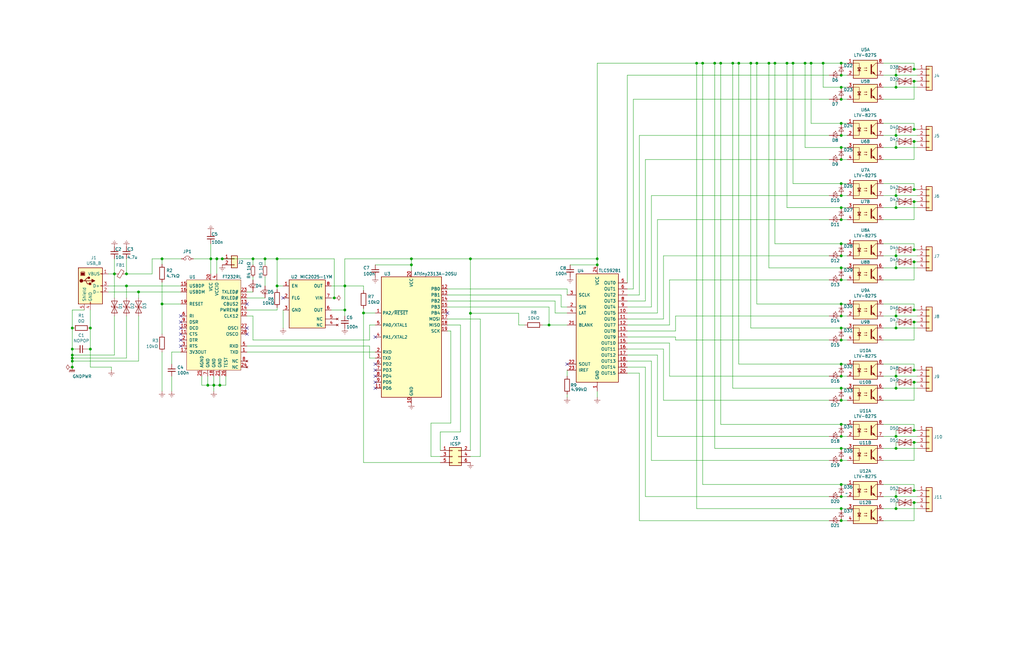
<source format=kicad_sch>
(kicad_sch (version 20210406) (generator eeschema)
  (paper "B")
  (title_block (title "Electrically Isolated Reset/Power Switch Controller") (date "2021-04-26") (rev "1.0"))
  (junction (at 30.48 138.43) (diameter 1.016))
  (junction (at 30.48 147.32) (diameter 1.016))
  (junction (at 30.48 149.86) (diameter 1.016))
  (junction (at 30.48 151.13) (diameter 1.016))
  (junction (at 30.48 152.4) (diameter 1.016))
  (junction (at 30.48 154.94) (diameter 1.016))
  (junction (at 38.1 138.43) (diameter 1.016))
  (junction (at 38.1 147.32) (diameter 1.016))
  (junction (at 48.26 115.57) (diameter 1.016))
  (junction (at 53.34 115.57) (diameter 1.016))
  (junction (at 53.34 120.65) (diameter 1.016))
  (junction (at 58.42 123.19) (diameter 1.016))
  (junction (at 68.326 109.22) (diameter 1.016))
  (junction (at 68.326 128.27) (diameter 1.016))
  (junction (at 87.63 162.56) (diameter 1.016))
  (junction (at 88.9 109.22) (diameter 1.016))
  (junction (at 90.17 162.56) (diameter 1.016))
  (junction (at 91.44 109.22) (diameter 1.016))
  (junction (at 92.71 162.56) (diameter 1.016))
  (junction (at 93.726 109.22) (diameter 1.016))
  (junction (at 106.68 109.22) (diameter 1.016))
  (junction (at 111.76 109.22) (diameter 1.016))
  (junction (at 116.84 109.22) (diameter 1.016))
  (junction (at 116.84 120.65) (diameter 1.016))
  (junction (at 140.97 125.73) (diameter 1.016))
  (junction (at 145.415 120.65) (diameter 1.016))
  (junction (at 145.415 130.81) (diameter 1.016))
  (junction (at 153.289 132.08) (diameter 1.016))
  (junction (at 173.482 109.22) (diameter 1.016))
  (junction (at 173.482 111.76) (diameter 1.016))
  (junction (at 198.374 109.22) (diameter 1.016))
  (junction (at 198.374 132.207) (diameter 1.016))
  (junction (at 231.521 137.16) (diameter 1.016))
  (junction (at 251.841 109.22) (diameter 1.016))
  (junction (at 251.841 111.76) (diameter 1.016))
  (junction (at 293.751 26.67) (diameter 1.016))
  (junction (at 296.291 26.67) (diameter 1.016))
  (junction (at 301.371 26.67) (diameter 1.016))
  (junction (at 303.911 26.67) (diameter 1.016))
  (junction (at 308.991 26.67) (diameter 1.016))
  (junction (at 311.531 26.67) (diameter 1.016))
  (junction (at 316.611 26.67) (diameter 1.016))
  (junction (at 319.151 26.67) (diameter 1.016))
  (junction (at 324.231 26.67) (diameter 1.016))
  (junction (at 326.771 26.67) (diameter 1.016))
  (junction (at 331.851 26.67) (diameter 1.016))
  (junction (at 334.391 26.67) (diameter 1.016))
  (junction (at 339.471 26.67) (diameter 1.016))
  (junction (at 342.011 26.67) (diameter 1.016))
  (junction (at 347.091 26.67) (diameter 1.016))
  (junction (at 354.711 26.67) (diameter 1.016))
  (junction (at 354.711 31.75) (diameter 1.016))
  (junction (at 354.711 36.83) (diameter 1.016))
  (junction (at 354.711 41.91) (diameter 1.016))
  (junction (at 354.711 52.07) (diameter 1.016))
  (junction (at 354.711 57.15) (diameter 1.016))
  (junction (at 354.711 62.23) (diameter 1.016))
  (junction (at 354.711 67.31) (diameter 1.016))
  (junction (at 354.711 77.47) (diameter 1.016))
  (junction (at 354.711 82.55) (diameter 1.016))
  (junction (at 354.711 87.63) (diameter 1.016))
  (junction (at 354.711 92.71) (diameter 1.016))
  (junction (at 354.711 102.87) (diameter 1.016))
  (junction (at 354.711 107.95) (diameter 1.016))
  (junction (at 354.711 113.03) (diameter 1.016))
  (junction (at 354.711 118.11) (diameter 1.016))
  (junction (at 354.711 128.27) (diameter 1.016))
  (junction (at 354.711 133.35) (diameter 1.016))
  (junction (at 354.711 138.43) (diameter 1.016))
  (junction (at 354.711 143.51) (diameter 1.016))
  (junction (at 354.711 153.67) (diameter 1.016))
  (junction (at 354.711 158.75) (diameter 1.016))
  (junction (at 354.711 163.83) (diameter 1.016))
  (junction (at 354.711 168.91) (diameter 1.016))
  (junction (at 354.711 179.07) (diameter 1.016))
  (junction (at 354.711 184.15) (diameter 1.016))
  (junction (at 354.711 189.23) (diameter 1.016))
  (junction (at 354.711 194.31) (diameter 1.016))
  (junction (at 354.711 204.47) (diameter 1.016))
  (junction (at 354.711 209.55) (diameter 1.016))
  (junction (at 354.711 214.63) (diameter 1.016))
  (junction (at 354.711 219.71) (diameter 1.016))
  (junction (at 377.825 31.75) (diameter 1.016))
  (junction (at 377.825 36.83) (diameter 1.016))
  (junction (at 377.825 57.15) (diameter 1.016))
  (junction (at 377.825 62.23) (diameter 1.016))
  (junction (at 377.825 82.55) (diameter 1.016))
  (junction (at 377.825 87.63) (diameter 1.016))
  (junction (at 377.825 107.95) (diameter 1.016))
  (junction (at 377.825 113.03) (diameter 1.016))
  (junction (at 377.825 133.35) (diameter 1.016))
  (junction (at 377.825 138.43) (diameter 1.016))
  (junction (at 377.825 158.75) (diameter 1.016))
  (junction (at 377.825 163.83) (diameter 1.016))
  (junction (at 377.825 184.15) (diameter 1.016))
  (junction (at 377.825 189.23) (diameter 1.016))
  (junction (at 377.825 209.55) (diameter 1.016))
  (junction (at 377.825 214.63) (diameter 1.016))
  (junction (at 385.445 29.21) (diameter 1.016))
  (junction (at 385.445 34.29) (diameter 1.016))
  (junction (at 385.445 54.61) (diameter 1.016))
  (junction (at 385.445 59.69) (diameter 1.016))
  (junction (at 385.445 80.01) (diameter 1.016))
  (junction (at 385.445 85.09) (diameter 1.016))
  (junction (at 385.445 105.41) (diameter 1.016))
  (junction (at 385.445 110.49) (diameter 1.016))
  (junction (at 385.445 130.81) (diameter 1.016))
  (junction (at 385.445 135.89) (diameter 1.016))
  (junction (at 385.445 156.21) (diameter 1.016))
  (junction (at 385.445 161.29) (diameter 1.016))
  (junction (at 385.445 181.61) (diameter 1.016))
  (junction (at 385.445 186.69) (diameter 1.016))
  (junction (at 385.445 207.01) (diameter 1.016))
  (junction (at 385.445 212.09) (diameter 1.016))
  (no_connect (at 76.2 133.35))
  (no_connect (at 76.2 135.89))
  (no_connect (at 76.2 138.43))
  (no_connect (at 76.2 140.97))
  (no_connect (at 76.2 143.51))
  (no_connect (at 76.2 146.05))
  (no_connect (at 104.14 128.27))
  (no_connect (at 104.14 138.43))
  (no_connect (at 104.14 140.97))
  (no_connect (at 119.38 125.73))
  (no_connect (at 158.242 142.24))
  (no_connect (at 158.242 153.67))
  (no_connect (at 158.242 156.21))
  (no_connect (at 158.242 158.75))
  (no_connect (at 158.242 161.29))
  (no_connect (at 158.242 163.83))
  (no_connect (at 188.722 132.08))
  (no_connect (at 239.141 153.67))
  (wire (pts (xy 30.48 130.81) (xy 35.56 130.81)))
  (wire (pts (xy 30.48 138.43) (xy 30.48 130.81)))
  (wire (pts (xy 30.48 138.43) (xy 30.48 147.32)))
  (wire (pts (xy 30.48 147.32) (xy 31.75 147.32)))
  (wire (pts (xy 30.48 149.86) (xy 30.48 147.32)))
  (wire (pts (xy 30.48 151.13) (xy 30.48 149.86)))
  (wire (pts (xy 30.48 151.13) (xy 53.34 151.13)))
  (wire (pts (xy 30.48 152.4) (xy 30.48 151.13)))
  (wire (pts (xy 30.48 154.94) (xy 30.48 152.4)))
  (wire (pts (xy 36.83 147.32) (xy 38.1 147.32)))
  (wire (pts (xy 38.1 130.81) (xy 38.1 138.43)))
  (wire (pts (xy 38.1 138.43) (xy 38.1 147.32)))
  (wire (pts (xy 38.1 147.32) (xy 38.1 154.94)))
  (wire (pts (xy 38.1 154.94) (xy 46.99 154.94)))
  (wire (pts (xy 45.72 115.57) (xy 48.26 115.57)))
  (wire (pts (xy 45.72 120.65) (xy 53.34 120.65)))
  (wire (pts (xy 45.72 123.19) (xy 58.42 123.19)))
  (wire (pts (xy 46.99 154.94) (xy 46.99 156.21)))
  (wire (pts (xy 48.26 115.57) (xy 48.26 109.22)))
  (wire (pts (xy 48.26 125.73) (xy 48.26 115.57)))
  (wire (pts (xy 48.26 133.35) (xy 48.26 149.86)))
  (wire (pts (xy 48.26 149.86) (xy 30.48 149.86)))
  (wire (pts (xy 53.34 109.22) (xy 53.34 115.57)))
  (wire (pts (xy 53.34 115.57) (xy 64.135 115.57)))
  (wire (pts (xy 53.34 125.73) (xy 53.34 120.65)))
  (wire (pts (xy 53.34 151.13) (xy 53.34 133.35)))
  (wire (pts (xy 58.42 123.19) (xy 76.2 123.19)))
  (wire (pts (xy 58.42 125.73) (xy 58.42 123.19)))
  (wire (pts (xy 58.42 133.35) (xy 58.42 152.4)))
  (wire (pts (xy 58.42 152.4) (xy 30.48 152.4)))
  (wire (pts (xy 64.135 109.22) (xy 68.326 109.22)))
  (wire (pts (xy 64.135 115.57) (xy 64.135 109.22)))
  (wire (pts (xy 68.326 109.22) (xy 68.326 109.093)))
  (wire (pts (xy 68.326 109.22) (xy 76.454 109.22)))
  (wire (pts (xy 68.326 111.506) (xy 68.326 109.22)))
  (wire (pts (xy 68.326 128.27) (xy 68.326 119.126)))
  (wire (pts (xy 68.326 128.27) (xy 68.326 140.97)))
  (wire (pts (xy 68.326 165.1) (xy 68.326 148.59)))
  (wire (pts (xy 72.39 148.59) (xy 76.2 148.59)))
  (wire (pts (xy 72.39 153.67) (xy 72.39 148.59)))
  (wire (pts (xy 72.39 165.1) (xy 72.39 158.75)))
  (wire (pts (xy 76.2 120.65) (xy 53.34 120.65)))
  (wire (pts (xy 76.2 128.27) (xy 68.326 128.27)))
  (wire (pts (xy 81.534 109.22) (xy 88.9 109.22)))
  (wire (pts (xy 85.09 158.75) (xy 85.09 162.56)))
  (wire (pts (xy 85.09 162.56) (xy 87.63 162.56)))
  (wire (pts (xy 87.63 158.75) (xy 87.63 162.56)))
  (wire (pts (xy 87.63 162.56) (xy 90.17 162.56)))
  (wire (pts (xy 88.9 102.87) (xy 88.9 109.22)))
  (wire (pts (xy 88.9 109.22) (xy 88.9 115.57)))
  (wire (pts (xy 88.9 109.22) (xy 91.44 109.22)))
  (wire (pts (xy 90.17 162.56) (xy 90.17 158.75)))
  (wire (pts (xy 90.17 165.1) (xy 90.17 162.56)))
  (wire (pts (xy 91.44 109.22) (xy 93.726 109.22)))
  (wire (pts (xy 91.44 115.57) (xy 91.44 109.22)))
  (wire (pts (xy 92.71 158.75) (xy 92.71 162.56)))
  (wire (pts (xy 92.71 162.56) (xy 90.17 162.56)))
  (wire (pts (xy 93.726 109.22) (xy 106.68 109.22)))
  (wire (pts (xy 95.25 158.75) (xy 95.25 162.56)))
  (wire (pts (xy 95.25 162.56) (xy 92.71 162.56)))
  (wire (pts (xy 104.14 125.73) (xy 111.76 125.73)))
  (wire (pts (xy 104.14 130.81) (xy 116.84 130.81)))
  (wire (pts (xy 104.14 146.05) (xy 155.829 146.05)))
  (wire (pts (xy 104.14 148.59) (xy 158.242 148.59)))
  (wire (pts (xy 106.68 109.22) (xy 106.68 111.76)))
  (wire (pts (xy 106.68 109.22) (xy 111.76 109.22)))
  (wire (pts (xy 106.68 118.11) (xy 106.68 116.84)))
  (wire (pts (xy 106.68 123.19) (xy 104.14 123.19)))
  (wire (pts (xy 106.68 133.35) (xy 104.14 133.35)))
  (wire (pts (xy 106.68 143.51) (xy 106.68 133.35)))
  (wire (pts (xy 111.76 109.22) (xy 116.84 109.22)))
  (wire (pts (xy 111.76 111.76) (xy 111.76 109.22)))
  (wire (pts (xy 111.76 120.65) (xy 111.76 116.84)))
  (wire (pts (xy 116.84 109.22) (xy 140.97 109.22)))
  (wire (pts (xy 116.84 120.65) (xy 116.84 109.22)))
  (wire (pts (xy 116.84 122.174) (xy 116.84 120.65)))
  (wire (pts (xy 116.84 130.81) (xy 116.84 129.794)))
  (wire (pts (xy 119.38 120.65) (xy 116.84 120.65)))
  (wire (pts (xy 119.38 138.43) (xy 119.38 130.81)))
  (wire (pts (xy 139.7 120.65) (xy 145.415 120.65)))
  (wire (pts (xy 139.7 130.81) (xy 145.415 130.81)))
  (wire (pts (xy 140.97 109.22) (xy 140.97 125.73)))
  (wire (pts (xy 140.97 125.73) (xy 139.7 125.73)))
  (wire (pts (xy 145.415 109.22) (xy 173.482 109.22)))
  (wire (pts (xy 145.415 120.65) (xy 145.415 109.22)))
  (wire (pts (xy 145.415 120.65) (xy 145.415 130.81)))
  (wire (pts (xy 145.415 120.65) (xy 153.289 120.65)))
  (wire (pts (xy 145.415 130.81) (xy 145.415 133.35)))
  (wire (pts (xy 153.289 122.555) (xy 153.289 120.65)))
  (wire (pts (xy 153.289 130.175) (xy 153.289 132.08)))
  (wire (pts (xy 153.289 132.08) (xy 153.289 195.199)))
  (wire (pts (xy 153.289 132.08) (xy 158.242 132.08)))
  (wire (pts (xy 153.289 195.199) (xy 185.674 195.199)))
  (wire (pts (xy 155.829 137.16) (xy 155.829 143.51)))
  (wire (pts (xy 155.829 137.16) (xy 158.242 137.16)))
  (wire (pts (xy 155.829 143.51) (xy 106.68 143.51)))
  (wire (pts (xy 155.829 146.05) (xy 155.829 151.13)))
  (wire (pts (xy 155.829 151.13) (xy 158.242 151.13)))
  (wire (pts (xy 158.242 111.76) (xy 173.482 111.76)))
  (wire (pts (xy 173.482 109.22) (xy 173.482 111.76)))
  (wire (pts (xy 173.482 109.22) (xy 198.374 109.22)))
  (wire (pts (xy 173.482 111.76) (xy 173.482 114.3)))
  (wire (pts (xy 181.737 178.562) (xy 181.737 192.659)))
  (wire (pts (xy 181.737 192.659) (xy 185.674 192.659)))
  (wire (pts (xy 185.674 182.245) (xy 185.674 190.119)))
  (wire (pts (xy 188.722 121.92) (xy 239.141 121.92)))
  (wire (pts (xy 188.722 127) (xy 234.061 127)))
  (wire (pts (xy 188.722 129.54) (xy 231.521 129.54)))
  (wire (pts (xy 188.722 134.62) (xy 202.565 134.62)))
  (wire (pts (xy 188.722 137.16) (xy 194.183 137.16)))
  (wire (pts (xy 190.119 139.7) (xy 188.722 139.7)))
  (wire (pts (xy 190.119 139.7) (xy 190.119 178.562)))
  (wire (pts (xy 190.119 178.562) (xy 181.737 178.562)))
  (wire (pts (xy 194.183 137.16) (xy 194.183 182.245)))
  (wire (pts (xy 194.183 182.245) (xy 185.674 182.245)))
  (wire (pts (xy 198.374 109.22) (xy 198.374 132.207)))
  (wire (pts (xy 198.374 109.22) (xy 251.841 109.22)))
  (wire (pts (xy 198.374 132.207) (xy 198.374 190.119)))
  (wire (pts (xy 198.374 192.659) (xy 202.565 192.659)))
  (wire (pts (xy 202.565 192.659) (xy 202.565 134.62)))
  (wire (pts (xy 218.694 132.207) (xy 198.374 132.207)))
  (wire (pts (xy 218.694 137.16) (xy 218.694 132.207)))
  (wire (pts (xy 221.234 137.16) (xy 218.694 137.16)))
  (wire (pts (xy 228.854 137.16) (xy 231.521 137.16)))
  (wire (pts (xy 231.521 129.54) (xy 231.521 137.16)))
  (wire (pts (xy 231.521 137.16) (xy 239.141 137.16)))
  (wire (pts (xy 234.061 127) (xy 234.061 132.08)))
  (wire (pts (xy 234.061 132.08) (xy 239.141 132.08)))
  (wire (pts (xy 236.601 124.46) (xy 188.722 124.46)))
  (wire (pts (xy 236.601 124.46) (xy 236.601 129.54)))
  (wire (pts (xy 239.141 121.92) (xy 239.141 124.46)))
  (wire (pts (xy 239.141 129.54) (xy 236.601 129.54)))
  (wire (pts (xy 239.141 158.75) (xy 239.141 156.21)))
  (wire (pts (xy 239.141 167.64) (xy 239.141 166.37)))
  (wire (pts (xy 240.411 111.76) (xy 251.841 111.76)))
  (wire (pts (xy 251.841 26.67) (xy 251.841 109.22)))
  (wire (pts (xy 251.841 26.67) (xy 293.751 26.67)))
  (wire (pts (xy 251.841 109.22) (xy 251.841 111.76)))
  (wire (pts (xy 251.841 167.64) (xy 251.841 165.1)))
  (wire (pts (xy 264.541 31.75) (xy 349.631 31.75)))
  (wire (pts (xy 264.541 119.38) (xy 264.541 31.75)))
  (wire (pts (xy 264.541 124.46) (xy 269.621 124.46)))
  (wire (pts (xy 264.541 127) (xy 272.161 127)))
  (wire (pts (xy 264.541 149.86) (xy 277.241 149.86)))
  (wire (pts (xy 264.541 154.94) (xy 272.161 154.94)))
  (wire (pts (xy 264.541 157.48) (xy 269.621 157.48)))
  (wire (pts (xy 267.081 41.91) (xy 267.081 121.92)))
  (wire (pts (xy 267.081 121.92) (xy 264.541 121.92)))
  (wire (pts (xy 269.621 57.15) (xy 349.631 57.15)))
  (wire (pts (xy 269.621 124.46) (xy 269.621 57.15)))
  (wire (pts (xy 269.621 157.48) (xy 269.621 219.71)))
  (wire (pts (xy 269.621 219.71) (xy 349.631 219.71)))
  (wire (pts (xy 272.161 67.31) (xy 272.161 127)))
  (wire (pts (xy 272.161 67.31) (xy 349.631 67.31)))
  (wire (pts (xy 272.161 154.94) (xy 272.161 209.55)))
  (wire (pts (xy 272.161 209.55) (xy 349.631 209.55)))
  (wire (pts (xy 274.701 82.55) (xy 274.701 129.54)))
  (wire (pts (xy 274.701 82.55) (xy 349.631 82.55)))
  (wire (pts (xy 274.701 129.54) (xy 264.541 129.54)))
  (wire (pts (xy 274.701 152.4) (xy 264.541 152.4)))
  (wire (pts (xy 274.701 194.31) (xy 274.701 152.4)))
  (wire (pts (xy 274.701 194.31) (xy 349.631 194.31)))
  (wire (pts (xy 277.241 92.71) (xy 277.241 132.08)))
  (wire (pts (xy 277.241 92.71) (xy 349.631 92.71)))
  (wire (pts (xy 277.241 132.08) (xy 264.541 132.08)))
  (wire (pts (xy 277.241 149.86) (xy 277.241 184.15)))
  (wire (pts (xy 277.241 184.15) (xy 349.631 184.15)))
  (wire (pts (xy 279.781 107.95) (xy 279.781 134.62)))
  (wire (pts (xy 279.781 107.95) (xy 349.631 107.95)))
  (wire (pts (xy 279.781 134.62) (xy 264.541 134.62)))
  (wire (pts (xy 279.781 147.32) (xy 264.541 147.32)))
  (wire (pts (xy 279.781 168.91) (xy 279.781 147.32)))
  (wire (pts (xy 279.781 168.91) (xy 349.631 168.91)))
  (wire (pts (xy 282.321 118.11) (xy 282.321 137.16)))
  (wire (pts (xy 282.321 118.11) (xy 349.631 118.11)))
  (wire (pts (xy 282.321 137.16) (xy 264.541 137.16)))
  (wire (pts (xy 282.321 144.78) (xy 264.541 144.78)))
  (wire (pts (xy 282.321 158.75) (xy 282.321 144.78)))
  (wire (pts (xy 282.321 158.75) (xy 349.631 158.75)))
  (wire (pts (xy 284.861 133.35) (xy 349.631 133.35)))
  (wire (pts (xy 284.861 139.7) (xy 264.541 139.7)))
  (wire (pts (xy 284.861 139.7) (xy 284.861 133.35)))
  (wire (pts (xy 284.861 142.24) (xy 264.541 142.24)))
  (wire (pts (xy 284.861 143.51) (xy 284.861 142.24)))
  (wire (pts (xy 284.861 143.51) (xy 349.631 143.51)))
  (wire (pts (xy 293.751 26.67) (xy 293.751 214.63)))
  (wire (pts (xy 293.751 26.67) (xy 296.291 26.67)))
  (wire (pts (xy 293.751 214.63) (xy 354.711 214.63)))
  (wire (pts (xy 296.291 26.67) (xy 296.291 204.47)))
  (wire (pts (xy 296.291 26.67) (xy 301.371 26.67)))
  (wire (pts (xy 296.291 204.47) (xy 354.711 204.47)))
  (wire (pts (xy 301.371 26.67) (xy 303.911 26.67)))
  (wire (pts (xy 301.371 189.23) (xy 301.371 26.67)))
  (wire (pts (xy 301.371 189.23) (xy 354.711 189.23)))
  (wire (pts (xy 303.911 26.67) (xy 308.991 26.67)))
  (wire (pts (xy 303.911 179.07) (xy 303.911 26.67)))
  (wire (pts (xy 303.911 179.07) (xy 354.711 179.07)))
  (wire (pts (xy 308.991 26.67) (xy 311.531 26.67)))
  (wire (pts (xy 308.991 163.83) (xy 308.991 26.67)))
  (wire (pts (xy 308.991 163.83) (xy 354.711 163.83)))
  (wire (pts (xy 311.531 26.67) (xy 316.611 26.67)))
  (wire (pts (xy 311.531 153.67) (xy 311.531 26.67)))
  (wire (pts (xy 311.531 153.67) (xy 354.711 153.67)))
  (wire (pts (xy 316.611 26.67) (xy 319.151 26.67)))
  (wire (pts (xy 316.611 138.43) (xy 316.611 26.67)))
  (wire (pts (xy 316.611 138.43) (xy 354.711 138.43)))
  (wire (pts (xy 319.151 26.67) (xy 324.231 26.67)))
  (wire (pts (xy 319.151 128.27) (xy 319.151 26.67)))
  (wire (pts (xy 319.151 128.27) (xy 354.711 128.27)))
  (wire (pts (xy 324.231 26.67) (xy 326.771 26.67)))
  (wire (pts (xy 324.231 113.03) (xy 324.231 26.67)))
  (wire (pts (xy 324.231 113.03) (xy 354.711 113.03)))
  (wire (pts (xy 326.771 26.67) (xy 331.851 26.67)))
  (wire (pts (xy 326.771 102.87) (xy 326.771 26.67)))
  (wire (pts (xy 326.771 102.87) (xy 354.711 102.87)))
  (wire (pts (xy 331.851 26.67) (xy 334.391 26.67)))
  (wire (pts (xy 331.851 87.63) (xy 331.851 26.67)))
  (wire (pts (xy 331.851 87.63) (xy 354.711 87.63)))
  (wire (pts (xy 334.391 26.67) (xy 339.471 26.67)))
  (wire (pts (xy 334.391 77.47) (xy 334.391 26.67)))
  (wire (pts (xy 334.391 77.47) (xy 354.711 77.47)))
  (wire (pts (xy 339.471 26.67) (xy 342.011 26.67)))
  (wire (pts (xy 339.471 62.23) (xy 339.471 26.67)))
  (wire (pts (xy 339.471 62.23) (xy 354.711 62.23)))
  (wire (pts (xy 342.011 26.67) (xy 347.091 26.67)))
  (wire (pts (xy 342.011 52.07) (xy 342.011 26.67)))
  (wire (pts (xy 342.011 52.07) (xy 354.711 52.07)))
  (wire (pts (xy 347.091 26.67) (xy 354.711 26.67)))
  (wire (pts (xy 347.091 36.83) (xy 347.091 26.67)))
  (wire (pts (xy 349.631 41.91) (xy 267.081 41.91)))
  (wire (pts (xy 354.711 26.67) (xy 357.251 26.67)))
  (wire (pts (xy 354.711 36.83) (xy 347.091 36.83)))
  (wire (pts (xy 354.711 143.51) (xy 357.251 143.51)))
  (wire (pts (xy 354.711 204.47) (xy 357.251 204.47)))
  (wire (pts (xy 354.711 214.63) (xy 357.251 214.63)))
  (wire (pts (xy 357.251 31.75) (xy 354.711 31.75)))
  (wire (pts (xy 357.251 36.83) (xy 354.711 36.83)))
  (wire (pts (xy 357.251 41.91) (xy 354.711 41.91)))
  (wire (pts (xy 357.251 52.07) (xy 354.711 52.07)))
  (wire (pts (xy 357.251 57.15) (xy 354.711 57.15)))
  (wire (pts (xy 357.251 62.23) (xy 354.711 62.23)))
  (wire (pts (xy 357.251 67.31) (xy 354.711 67.31)))
  (wire (pts (xy 357.251 77.47) (xy 354.711 77.47)))
  (wire (pts (xy 357.251 82.55) (xy 354.711 82.55)))
  (wire (pts (xy 357.251 87.63) (xy 354.711 87.63)))
  (wire (pts (xy 357.251 92.71) (xy 354.711 92.71)))
  (wire (pts (xy 357.251 102.87) (xy 354.711 102.87)))
  (wire (pts (xy 357.251 107.95) (xy 354.711 107.95)))
  (wire (pts (xy 357.251 113.03) (xy 354.711 113.03)))
  (wire (pts (xy 357.251 118.11) (xy 354.711 118.11)))
  (wire (pts (xy 357.251 128.27) (xy 354.711 128.27)))
  (wire (pts (xy 357.251 133.35) (xy 354.711 133.35)))
  (wire (pts (xy 357.251 138.43) (xy 354.711 138.43)))
  (wire (pts (xy 357.251 153.67) (xy 354.711 153.67)))
  (wire (pts (xy 357.251 158.75) (xy 354.711 158.75)))
  (wire (pts (xy 357.251 163.83) (xy 354.711 163.83)))
  (wire (pts (xy 357.251 168.91) (xy 354.711 168.91)))
  (wire (pts (xy 357.251 179.07) (xy 354.711 179.07)))
  (wire (pts (xy 357.251 184.15) (xy 354.711 184.15)))
  (wire (pts (xy 357.251 189.23) (xy 354.711 189.23)))
  (wire (pts (xy 357.251 194.31) (xy 354.711 194.31)))
  (wire (pts (xy 357.251 209.55) (xy 354.711 209.55)))
  (wire (pts (xy 357.251 219.71) (xy 354.711 219.71)))
  (wire (pts (xy 372.491 26.67) (xy 385.445 26.67)))
  (wire (pts (xy 372.491 31.75) (xy 377.825 31.75)))
  (wire (pts (xy 372.491 36.83) (xy 377.825 36.83)))
  (wire (pts (xy 372.491 41.91) (xy 385.445 41.91)))
  (wire (pts (xy 372.491 52.07) (xy 385.445 52.07)))
  (wire (pts (xy 372.491 57.15) (xy 377.825 57.15)))
  (wire (pts (xy 372.491 62.23) (xy 377.825 62.23)))
  (wire (pts (xy 372.491 67.31) (xy 385.445 67.31)))
  (wire (pts (xy 372.491 77.47) (xy 385.445 77.47)))
  (wire (pts (xy 372.491 87.63) (xy 377.825 87.63)))
  (wire (pts (xy 372.491 92.71) (xy 385.445 92.71)))
  (wire (pts (xy 372.491 102.87) (xy 385.445 102.87)))
  (wire (pts (xy 372.491 107.95) (xy 377.825 107.95)))
  (wire (pts (xy 372.491 113.03) (xy 377.825 113.03)))
  (wire (pts (xy 372.491 118.11) (xy 385.445 118.11)))
  (wire (pts (xy 372.491 128.27) (xy 385.445 128.27)))
  (wire (pts (xy 372.491 133.35) (xy 377.825 133.35)))
  (wire (pts (xy 372.491 138.43) (xy 377.825 138.43)))
  (wire (pts (xy 372.491 143.51) (xy 385.445 143.51)))
  (wire (pts (xy 372.491 153.67) (xy 385.445 153.67)))
  (wire (pts (xy 372.491 158.75) (xy 377.825 158.75)))
  (wire (pts (xy 372.491 163.83) (xy 377.825 163.83)))
  (wire (pts (xy 372.491 168.91) (xy 385.445 168.91)))
  (wire (pts (xy 372.491 179.07) (xy 385.445 179.07)))
  (wire (pts (xy 372.491 184.15) (xy 377.825 184.15)))
  (wire (pts (xy 372.491 189.23) (xy 377.825 189.23)))
  (wire (pts (xy 372.491 194.31) (xy 385.445 194.31)))
  (wire (pts (xy 372.491 204.47) (xy 385.445 204.47)))
  (wire (pts (xy 372.491 209.55) (xy 377.825 209.55)))
  (wire (pts (xy 372.491 214.63) (xy 377.825 214.63)))
  (wire (pts (xy 372.491 219.71) (xy 385.445 219.71)))
  (wire (pts (xy 377.825 29.21) (xy 377.825 31.75)))
  (wire (pts (xy 377.825 31.75) (xy 386.715 31.75)))
  (wire (pts (xy 377.825 34.29) (xy 377.825 36.83)))
  (wire (pts (xy 377.825 36.83) (xy 386.715 36.83)))
  (wire (pts (xy 377.825 54.61) (xy 377.825 57.15)))
  (wire (pts (xy 377.825 57.15) (xy 386.715 57.15)))
  (wire (pts (xy 377.825 59.69) (xy 377.825 62.23)))
  (wire (pts (xy 377.825 62.23) (xy 386.715 62.23)))
  (wire (pts (xy 377.825 80.01) (xy 377.825 82.55)))
  (wire (pts (xy 377.825 82.55) (xy 372.491 82.55)))
  (wire (pts (xy 377.825 82.55) (xy 386.715 82.55)))
  (wire (pts (xy 377.825 85.09) (xy 377.825 87.63)))
  (wire (pts (xy 377.825 87.63) (xy 386.715 87.63)))
  (wire (pts (xy 377.825 105.41) (xy 377.825 107.95)))
  (wire (pts (xy 377.825 107.95) (xy 386.715 107.95)))
  (wire (pts (xy 377.825 110.49) (xy 377.825 113.03)))
  (wire (pts (xy 377.825 113.03) (xy 386.715 113.03)))
  (wire (pts (xy 377.825 130.81) (xy 377.825 133.35)))
  (wire (pts (xy 377.825 133.35) (xy 386.715 133.35)))
  (wire (pts (xy 377.825 135.89) (xy 377.825 138.43)))
  (wire (pts (xy 377.825 138.43) (xy 386.715 138.43)))
  (wire (pts (xy 377.825 156.21) (xy 377.825 158.75)))
  (wire (pts (xy 377.825 158.75) (xy 386.715 158.75)))
  (wire (pts (xy 377.825 161.29) (xy 377.825 163.83)))
  (wire (pts (xy 377.825 163.83) (xy 386.715 163.83)))
  (wire (pts (xy 377.825 181.61) (xy 377.825 184.15)))
  (wire (pts (xy 377.825 184.15) (xy 386.715 184.15)))
  (wire (pts (xy 377.825 186.69) (xy 377.825 189.23)))
  (wire (pts (xy 377.825 189.23) (xy 386.715 189.23)))
  (wire (pts (xy 377.825 207.01) (xy 377.825 209.55)))
  (wire (pts (xy 377.825 209.55) (xy 386.715 209.55)))
  (wire (pts (xy 377.825 212.09) (xy 377.825 214.63)))
  (wire (pts (xy 377.825 214.63) (xy 386.715 214.63)))
  (wire (pts (xy 385.445 29.21) (xy 385.445 26.67)))
  (wire (pts (xy 385.445 34.29) (xy 386.715 34.29)))
  (wire (pts (xy 385.445 41.91) (xy 385.445 34.29)))
  (wire (pts (xy 385.445 54.61) (xy 385.445 52.07)))
  (wire (pts (xy 385.445 59.69) (xy 386.715 59.69)))
  (wire (pts (xy 385.445 67.31) (xy 385.445 59.69)))
  (wire (pts (xy 385.445 80.01) (xy 385.445 77.47)))
  (wire (pts (xy 385.445 85.09) (xy 386.715 85.09)))
  (wire (pts (xy 385.445 92.71) (xy 385.445 85.09)))
  (wire (pts (xy 385.445 102.87) (xy 385.445 105.41)))
  (wire (pts (xy 385.445 110.49) (xy 386.715 110.49)))
  (wire (pts (xy 385.445 118.11) (xy 385.445 110.49)))
  (wire (pts (xy 385.445 130.81) (xy 385.445 128.27)))
  (wire (pts (xy 385.445 135.89) (xy 386.715 135.89)))
  (wire (pts (xy 385.445 143.51) (xy 385.445 135.89)))
  (wire (pts (xy 385.445 156.21) (xy 385.445 153.67)))
  (wire (pts (xy 385.445 161.29) (xy 386.715 161.29)))
  (wire (pts (xy 385.445 168.91) (xy 385.445 161.29)))
  (wire (pts (xy 385.445 181.61) (xy 385.445 179.07)))
  (wire (pts (xy 385.445 186.69) (xy 386.715 186.69)))
  (wire (pts (xy 385.445 194.31) (xy 385.445 186.69)))
  (wire (pts (xy 385.445 207.01) (xy 385.445 204.47)))
  (wire (pts (xy 385.445 212.09) (xy 386.715 212.09)))
  (wire (pts (xy 385.445 219.71) (xy 385.445 212.09)))
  (wire (pts (xy 386.715 29.21) (xy 385.445 29.21)))
  (wire (pts (xy 386.715 54.61) (xy 385.445 54.61)))
  (wire (pts (xy 386.715 80.01) (xy 385.445 80.01)))
  (wire (pts (xy 386.715 105.41) (xy 385.445 105.41)))
  (wire (pts (xy 386.715 130.81) (xy 385.445 130.81)))
  (wire (pts (xy 386.715 156.21) (xy 385.445 156.21)))
  (wire (pts (xy 386.715 181.61) (xy 385.445 181.61)))
  (wire (pts (xy 386.715 207.01) (xy 385.445 207.01)))
  (symbol (lib_id "rstctlr-rescue:PWR_FLAG-power") (at 30.48 154.94 90) (unit 1)
    (property "Reference" "#FLG01" (effects hide))
    (property "Value" "PWR_FLAG" (effects hide))
  )
  (symbol (lib_id "rstctlr-rescue:PWR_FLAG-power") (at 140.97 125.73 270) (unit 1)
    (property "Reference" "#FLG03" (effects hide))
    (property "Value" "PWR_FLAG" (effects hide))
  )
  (symbol (lib_id "rstctlr-rescue:GNDPWR-power") (at 30.48 154.94 0) (unit 1)
    (property "Reference" "#PWR01" (effects hide))
    (property "Value" "GNDPWR" (at 30.5816 158.8516 0) (effects (justify left)))
  )
  (symbol (lib_id "rstctlr-rescue:Earth-power") (at 46.99 156.21 0) (unit 1)
    (property "Reference" "#PWR02" (effects hide))
    (property "Value" "Earth" (effects hide))
  )
  (symbol (lib_id "rstctlr-rescue:Earth-power") (at 48.26 104.14 180) (unit 1)
    (property "Reference" "#PWR03" (effects hide))
    (property "Value" "Earth" (effects hide))
  )
  (symbol (lib_id "rstctlr-rescue:Earth-power") (at 53.34 104.14 180) (unit 1)
    (property "Reference" "#PWR04" (effects hide))
    (property "Value" "Earth" (effects hide))
  )
  (symbol (lib_id "rstctlr-rescue:Earth-power") (at 68.326 165.1 0) (unit 1)
    (property "Reference" "#PWR05" (effects hide))
    (property "Value" "Earth" (effects hide))
  )
  (symbol (lib_id "rstctlr-rescue:Earth-power") (at 72.39 165.1 0) (unit 1)
    (property "Reference" "#PWR06" (effects hide))
    (property "Value" "Earth" (effects hide))
  )
  (symbol (lib_id "rstctlr-rescue:Earth-power") (at 88.9 97.79 180) (unit 1)
    (property "Reference" "#PWR07" (effects hide))
    (property "Value" "Earth" (effects hide))
  )
  (symbol (lib_id "rstctlr-rescue:Earth-power") (at 90.17 165.1 0) (unit 1)
    (property "Reference" "#PWR08" (effects hide))
    (property "Value" "Earth" (effects hide))
  )
  (symbol (lib_id "rstctlr-rescue:Earth-power") (at 93.726 111.76 0) (unit 1)
    (property "Reference" "#PWR09" (effects hide))
    (property "Value" "Earth" (effects hide))
  )
  (symbol (lib_id "rstctlr-rescue:Earth-power") (at 119.38 138.43 0) (unit 1)
    (property "Reference" "#PWR010" (effects hide))
    (property "Value" "Earth" (effects hide))
  )
  (symbol (lib_id "rstctlr-rescue:Earth-power") (at 145.415 138.43 0) (unit 1)
    (property "Reference" "#PWR011" (effects hide))
    (property "Value" "Earth" (effects hide))
  )
  (symbol (lib_id "rstctlr-rescue:Earth-power") (at 158.242 116.84 0) (unit 1)
    (property "Reference" "#PWR012" (effects hide))
    (property "Value" "Earth" (effects hide))
  )
  (symbol (lib_id "rstctlr-rescue:Earth-power") (at 173.482 170.18 0) (unit 1)
    (property "Reference" "#PWR013" (effects hide))
    (property "Value" "Earth" (effects hide))
  )
  (symbol (lib_id "rstctlr-rescue:Earth-power") (at 198.374 195.199 0) (unit 1)
    (property "Reference" "#PWR014" (effects hide))
    (property "Value" "Earth" (effects hide))
  )
  (symbol (lib_id "rstctlr-rescue:Earth-power") (at 239.141 167.64 0) (unit 1)
    (property "Reference" "#PWR015" (effects hide))
    (property "Value" "Earth" (effects hide))
  )
  (symbol (lib_id "rstctlr-rescue:Earth-power") (at 240.411 116.84 0) (unit 1)
    (property "Reference" "#PWR016" (effects hide))
    (property "Value" "Earth" (effects hide))
  )
  (symbol (lib_id "rstctlr-rescue:Earth-power") (at 251.841 167.64 0) (unit 1)
    (property "Reference" "#PWR017" (effects hide))
    (property "Value" "Earth" (effects hide))
  )
  (symbol (lib_id "rstctlr-rescue:Jumper_NC_Small-Device") (at 78.994 109.22 0) (unit 1)
    (property "Reference" "JP1" (at 78.994 106.1466 0))
    (property "Footprint" "Connector_PinHeader_2.54mm:PinHeader_1x02_P2.54mm_Vertical" (effects hide))
  )
  (symbol (lib_id "rstctlr-rescue:R_Small-Device") (at 106.68 114.3 0) (unit 1)
    (property "Reference" "R4" (at 104.902 117.602 90) (effects (justify left)))
    (property "Value" "1kΩ" (at 104.902 114.3 90) (effects (justify left)))
    (property "Footprint" "Resistor_SMD:R_0805_2012Metric" (effects hide))
  )
  (symbol (lib_id "rstctlr-rescue:R_Small-Device") (at 111.76 114.3 0) (unit 1)
    (property "Reference" "R5" (at 109.982 117.602 90) (effects (justify left)))
    (property "Value" "1kΩ" (at 109.982 114.3 90) (effects (justify left)))
    (property "Footprint" "Resistor_SMD:R_0805_2012Metric" (effects hide))
  )
  (symbol (lib_id "rstctlr-rescue:D_Small-Device") (at 354.711 29.21 270) (unit 1)
    (property "Reference" "D22" (at 355.727 27.686 90) (effects (justify left)))
    (property "Footprint" "Diode_SMD:D_0805_2012Metric" (effects hide))
  )
  (symbol (lib_id "rstctlr-rescue:D_Small-Device") (at 354.711 39.37 270) (unit 1)
    (property "Reference" "D23" (at 355.727 37.846 90) (effects (justify left)))
    (property "Footprint" "Diode_SMD:D_0805_2012Metric" (effects hide))
  )
  (symbol (lib_id "rstctlr-rescue:D_Small-Device") (at 354.711 54.61 270) (unit 1)
    (property "Reference" "D24" (at 355.727 53.086 90) (effects (justify left)))
    (property "Footprint" "Diode_SMD:D_0805_2012Metric" (effects hide))
  )
  (symbol (lib_id "rstctlr-rescue:D_Small-Device") (at 354.711 64.77 270) (unit 1)
    (property "Reference" "D25" (at 355.727 63.246 90) (effects (justify left)))
    (property "Footprint" "Diode_SMD:D_0805_2012Metric" (effects hide))
  )
  (symbol (lib_id "rstctlr-rescue:D_Small-Device") (at 354.711 80.01 270) (unit 1)
    (property "Reference" "D26" (at 355.727 78.486 90) (effects (justify left)))
    (property "Footprint" "Diode_SMD:D_0805_2012Metric" (effects hide))
  )
  (symbol (lib_id "rstctlr-rescue:D_Small-Device") (at 354.711 90.17 270) (unit 1)
    (property "Reference" "D27" (at 355.727 88.646 90) (effects (justify left)))
    (property "Footprint" "Diode_SMD:D_0805_2012Metric" (effects hide))
  )
  (symbol (lib_id "rstctlr-rescue:D_Small-Device") (at 354.711 105.41 270) (unit 1)
    (property "Reference" "D28" (at 355.727 103.886 90) (effects (justify left)))
    (property "Footprint" "Diode_SMD:D_0805_2012Metric" (effects hide))
  )
  (symbol (lib_id "rstctlr-rescue:D_Small-Device") (at 354.711 115.57 270) (unit 1)
    (property "Reference" "D29" (at 355.727 114.046 90) (effects (justify left)))
    (property "Footprint" "Diode_SMD:D_0805_2012Metric" (effects hide))
  )
  (symbol (lib_id "rstctlr-rescue:D_Small-Device") (at 354.711 130.81 270) (unit 1)
    (property "Reference" "D30" (at 355.727 129.286 90) (effects (justify left)))
    (property "Footprint" "Diode_SMD:D_0805_2012Metric" (effects hide))
  )
  (symbol (lib_id "rstctlr-rescue:D_Small-Device") (at 354.711 140.97 270) (unit 1)
    (property "Reference" "D31" (at 355.727 139.446 90) (effects (justify left)))
    (property "Footprint" "Diode_SMD:D_0805_2012Metric" (effects hide))
  )
  (symbol (lib_id "rstctlr-rescue:D_Small-Device") (at 354.711 156.21 270) (unit 1)
    (property "Reference" "D32" (at 355.727 154.686 90) (effects (justify left)))
    (property "Footprint" "Diode_SMD:D_0805_2012Metric" (effects hide))
  )
  (symbol (lib_id "rstctlr-rescue:D_Small-Device") (at 354.711 166.37 270) (unit 1)
    (property "Reference" "D33" (at 355.727 164.846 90) (effects (justify left)))
    (property "Footprint" "Diode_SMD:D_0805_2012Metric" (effects hide))
  )
  (symbol (lib_id "rstctlr-rescue:D_Small-Device") (at 354.711 181.61 270) (unit 1)
    (property "Reference" "D34" (at 355.727 180.086 90) (effects (justify left)))
    (property "Footprint" "Diode_SMD:D_0805_2012Metric" (effects hide))
  )
  (symbol (lib_id "rstctlr-rescue:D_Small-Device") (at 354.711 191.77 270) (unit 1)
    (property "Reference" "D35" (at 355.727 190.246 90) (effects (justify left)))
    (property "Footprint" "Diode_SMD:D_0805_2012Metric" (effects hide))
  )
  (symbol (lib_id "rstctlr-rescue:D_Small-Device") (at 354.711 207.01 270) (unit 1)
    (property "Reference" "D36" (at 355.727 205.486 90) (effects (justify left)))
    (property "Value" "~" (at 356.4382 208.153 90) (effects (justify left)))
    (property "Footprint" "Diode_SMD:D_0805_2012Metric" (effects hide))
  )
  (symbol (lib_id "rstctlr-rescue:D_Small-Device") (at 354.711 217.17 270) (unit 1)
    (property "Reference" "D37" (at 355.727 215.646 90) (effects (justify left)))
    (property "Footprint" "Diode_SMD:D_0805_2012Metric" (effects hide))
  )
  (symbol (lib_id "rstctlr-rescue:LED_Small-Device") (at 106.68 120.65 90) (unit 1)
    (property "Reference" "D4" (at 107.696 120.65 90) (effects (justify right)))
    (property "Value" "RED" (effects hide))
    (property "Footprint" "LED_SMD:LED_0805_2012Metric" (effects hide))
  )
  (symbol (lib_id "rstctlr-rescue:LED_Small-Device") (at 111.76 123.19 90) (unit 1)
    (property "Reference" "D5" (at 112.776 123.19 90) (effects (justify right)))
    (property "Value" "GRN" (effects hide))
    (property "Footprint" "LED_SMD:LED_0805_2012Metric" (effects hide))
  )
  (symbol (lib_id "rstctlr-rescue:LED_Small-Device") (at 352.171 31.75 0) (unit 1)
    (property "Reference" "D6" (at 352.171 33.782 0))
    (property "Value" "RED" (effects hide))
    (property "Footprint" "LED_SMD:LED_0805_2012Metric" (effects hide))
  )
  (symbol (lib_id "rstctlr-rescue:LED_Small-Device") (at 352.171 41.91 0) (unit 1)
    (property "Reference" "D7" (at 352.171 43.942 0))
    (property "Value" "GRN" (effects hide))
    (property "Footprint" "LED_SMD:LED_0805_2012Metric" (effects hide))
  )
  (symbol (lib_id "rstctlr-rescue:LED_Small-Device") (at 352.171 57.15 0) (unit 1)
    (property "Reference" "D8" (at 352.171 59.182 0))
    (property "Value" "RED" (effects hide))
    (property "Footprint" "LED_SMD:LED_0805_2012Metric" (effects hide))
  )
  (symbol (lib_id "rstctlr-rescue:LED_Small-Device") (at 352.171 67.31 0) (unit 1)
    (property "Reference" "D9" (at 352.171 69.342 0))
    (property "Value" "GRN" (effects hide))
    (property "Footprint" "LED_SMD:LED_0805_2012Metric" (effects hide))
  )
  (symbol (lib_id "rstctlr-rescue:LED_Small-Device") (at 352.171 82.55 0) (unit 1)
    (property "Reference" "D10" (at 352.171 84.582 0))
    (property "Value" "RED" (effects hide))
    (property "Footprint" "LED_SMD:LED_0805_2012Metric" (effects hide))
  )
  (symbol (lib_id "rstctlr-rescue:LED_Small-Device") (at 352.171 92.71 0) (unit 1)
    (property "Reference" "D11" (at 352.171 94.742 0))
    (property "Value" "GRN" (effects hide))
    (property "Footprint" "LED_SMD:LED_0805_2012Metric" (effects hide))
  )
  (symbol (lib_id "rstctlr-rescue:LED_Small-Device") (at 352.171 107.95 0) (unit 1)
    (property "Reference" "D12" (at 352.171 109.982 0))
    (property "Value" "RED" (effects hide))
    (property "Footprint" "LED_SMD:LED_0805_2012Metric" (effects hide))
  )
  (symbol (lib_id "rstctlr-rescue:LED_Small-Device") (at 352.171 118.11 0) (unit 1)
    (property "Reference" "D13" (at 352.171 120.142 0))
    (property "Value" "GRN" (effects hide))
    (property "Footprint" "LED_SMD:LED_0805_2012Metric" (effects hide))
  )
  (symbol (lib_id "rstctlr-rescue:LED_Small-Device") (at 352.171 133.35 0) (unit 1)
    (property "Reference" "D14" (at 352.171 135.382 0))
    (property "Value" "RED" (effects hide))
    (property "Footprint" "LED_SMD:LED_0805_2012Metric" (effects hide))
  )
  (symbol (lib_id "rstctlr-rescue:LED_Small-Device") (at 352.171 143.51 0) (unit 1)
    (property "Reference" "D15" (at 352.171 145.542 0))
    (property "Value" "GRN" (effects hide))
    (property "Footprint" "LED_SMD:LED_0805_2012Metric" (effects hide))
  )
  (symbol (lib_id "rstctlr-rescue:LED_Small-Device") (at 352.171 158.75 0) (unit 1)
    (property "Reference" "D16" (at 352.171 160.782 0))
    (property "Value" "RED" (effects hide))
    (property "Footprint" "LED_SMD:LED_0805_2012Metric" (effects hide))
  )
  (symbol (lib_id "rstctlr-rescue:LED_Small-Device") (at 352.171 168.91 0) (unit 1)
    (property "Reference" "D17" (at 352.171 170.942 0))
    (property "Value" "GRN" (effects hide))
    (property "Footprint" "LED_SMD:LED_0805_2012Metric" (effects hide))
  )
  (symbol (lib_id "rstctlr-rescue:LED_Small-Device") (at 352.171 184.15 0) (unit 1)
    (property "Reference" "D18" (at 352.171 186.182 0))
    (property "Value" "RED" (effects hide))
    (property "Footprint" "LED_SMD:LED_0805_2012Metric" (effects hide))
  )
  (symbol (lib_id "rstctlr-rescue:LED_Small-Device") (at 352.171 194.31 0) (unit 1)
    (property "Reference" "D19" (at 352.171 196.342 0))
    (property "Value" "GRN" (effects hide))
    (property "Footprint" "LED_SMD:LED_0805_2012Metric" (effects hide))
  )
  (symbol (lib_id "rstctlr-rescue:LED_Small-Device") (at 352.171 209.55 0) (unit 1)
    (property "Reference" "D20" (at 352.171 211.582 0))
    (property "Value" "RED" (effects hide))
    (property "Footprint" "LED_SMD:LED_0805_2012Metric" (effects hide))
  )
  (symbol (lib_id "rstctlr-rescue:LED_Small-Device") (at 352.171 219.71 0) (unit 1)
    (property "Reference" "D21" (at 352.171 221.742 0))
    (property "Value" "GRN" (effects hide))
    (property "Footprint" "LED_SMD:LED_0805_2012Metric" (effects hide))
  )
  (symbol (lib_id "rstctlr-rescue:R-Device") (at 34.29 138.43 270) (unit 1)
    (property "Reference" "R1" (at 34.29 133.1722 90))
    (property "Value" "0Ω" (at 34.29 135.4836 90))
    (property "Footprint" "Resistor_SMD:R_0805_2012Metric" (effects hide))
  )
  (symbol (lib_id "rstctlr-rescue:R-Device") (at 68.326 115.316 0) (unit 1)
    (property "Reference" "R2" (at 70.104 114.1476 0) (effects (justify left)))
    (property "Value" "4.7kΩ" (at 70.104 116.459 0) (effects (justify left)))
    (property "Footprint" "Resistor_SMD:R_0805_2012Metric" (effects hide))
  )
  (symbol (lib_id "rstctlr-rescue:R-Device") (at 68.326 144.78 0) (unit 1)
    (property "Reference" "R3" (at 64.135 143.764 0) (effects (justify left)))
    (property "Value" "10kΩ" (at 61.595 146.177 0) (effects (justify left)))
    (property "Footprint" "Resistor_SMD:R_0805_2012Metric" (effects hide))
  )
  (symbol (lib_id "rstctlr-rescue:R-Device") (at 116.84 125.984 0) (unit 1)
    (property "Reference" "R6" (at 112.903 126.238 0) (effects (justify left)))
    (property "Value" "10kΩ" (at 110.617 127.889 0) (effects (justify left)))
    (property "Footprint" "Resistor_SMD:R_0805_2012Metric" (effects hide))
  )
  (symbol (lib_id "rstctlr-rescue:R-Device") (at 153.289 126.365 0) (unit 1)
    (property "Reference" "R7" (at 155.067 125.1966 0) (effects (justify left)))
    (property "Value" "10kΩ" (at 155.067 127.508 0) (effects (justify left)))
    (property "Footprint" "Resistor_SMD:R_0805_2012Metric" (effects hide))
  )
  (symbol (lib_id "rstctlr-rescue:R-Device") (at 225.044 137.16 270) (unit 1)
    (property "Reference" "R8" (at 225.044 131.9022 90))
    (property "Value" "10kΩ" (at 225.044 134.2136 90))
    (property "Footprint" "Resistor_SMD:R_0805_2012Metric" (effects hide))
  )
  (symbol (lib_id "rstctlr-rescue:R-Device") (at 239.141 162.56 0) (unit 1)
    (property "Reference" "R9" (at 240.538 162.56 0) (effects (justify left)))
    (property "Value" "4.99kΩ" (at 240.665 164.338 0) (effects (justify left)))
    (property "Footprint" "Resistor_SMD:R_0805_2012Metric" (effects hide))
  )
  (symbol (lib_id "rstctlr-rescue:C_Small-Device") (at 34.29 147.32 270) (unit 1)
    (property "Reference" "C1" (at 34.29 141.5034 90))
    (property "Value" "NOPOP" (at 34.29 143.8148 90))
    (property "Footprint" "Capacitor_SMD:C_0805_2012Metric" (effects hide))
  )
  (symbol (lib_id "rstctlr-rescue:C_Small-Device") (at 48.26 106.68 180) (unit 1)
    (property "Reference" "C2" (at 48.514 105.156 0) (effects (justify right)))
    (property "Value" "10n" (at 48.641 108.585 0) (effects (justify right)))
    (property "Footprint" "Capacitor_SMD:C_0805_2012Metric" (effects hide))
  )
  (symbol (lib_id "rstctlr-rescue:C_Small-Device") (at 53.34 106.68 180) (unit 1)
    (property "Reference" "C3" (at 53.594 105.156 0) (effects (justify right)))
    (property "Value" "4.7u" (at 53.594 108.585 0) (effects (justify right)))
    (property "Footprint" "Capacitor_SMD:C_0805_2012Metric" (effects hide))
  )
  (symbol (lib_id "rstctlr-rescue:C_Small-Device") (at 72.39 156.21 0) (unit 1)
    (property "Reference" "C4" (at 74.7268 155.0416 0) (effects (justify left)))
    (property "Value" "100n" (at 74.7268 157.353 0) (effects (justify left)))
    (property "Footprint" "Capacitor_SMD:C_0805_2012Metric" (effects hide))
  )
  (symbol (lib_id "rstctlr-rescue:C_Small-Device") (at 88.9 100.33 180) (unit 1)
    (property "Reference" "C5" (at 89.154 98.806 0) (effects (justify right)))
    (property "Value" "100n" (at 89.154 102.235 0) (effects (justify right)))
    (property "Footprint" "Capacitor_SMD:C_0805_2012Metric" (effects hide))
  )
  (symbol (lib_id "rstctlr-rescue:C_Small-Device") (at 145.415 135.89 0) (unit 1)
    (property "Reference" "C6" (at 146.05 133.985 0) (effects (justify left)))
    (property "Value" "100n" (at 146.05 137.922 0) (effects (justify left)))
    (property "Footprint" "Capacitor_SMD:C_0805_2012Metric" (effects hide))
  )
  (symbol (lib_id "rstctlr-rescue:C_Small-Device") (at 158.242 114.3 0) (unit 1)
    (property "Reference" "C7" (at 153.162 113.03 0) (effects (justify left)))
    (property "Value" "100n" (at 153.162 115.57 0) (effects (justify left)))
    (property "Footprint" "Capacitor_SMD:C_0805_2012Metric" (effects hide))
  )
  (symbol (lib_id "rstctlr-rescue:C_Small-Device") (at 240.411 114.3 0) (unit 1)
    (property "Reference" "C8" (at 236.093 113.1316 0) (effects (justify left)))
    (property "Value" "100n" (at 234.1118 115.443 0) (effects (justify left)))
    (property "Footprint" "Capacitor_SMD:C_0805_2012Metric" (effects hide))
  )
  (symbol (lib_id "rstctlr-rescue:Ferrite_Bead_Small-Device") (at 50.8 115.57 270) (unit 1)
    (property "Reference" "FB1" (at 50.8 111.887 90))
    (property "Value" "FB" (effects hide))
    (property "Footprint" "Inductor_SMD:L_0805_2012Metric" (effects hide))
  )
  (symbol (lib_id "rstctlr-rescue:D_TVS-Device") (at 48.26 129.54 270) (unit 1)
    (property "Reference" "D1" (at 50.8 127.762 0) (effects (justify left)))
    (property "Footprint" "Diode_SMD:D_0805_2012Metric" (effects hide))
  )
  (symbol (lib_id "rstctlr-rescue:D_TVS-Device") (at 53.34 129.54 270) (unit 1)
    (property "Reference" "D2" (at 55.88 127.762 0) (effects (justify left)))
    (property "Footprint" "Diode_SMD:D_0805_2012Metric" (effects hide))
  )
  (symbol (lib_id "rstctlr-rescue:D_TVS-Device") (at 58.42 129.54 270) (unit 1)
    (property "Reference" "D3" (at 60.96 127.762 0) (effects (justify left)))
    (property "Footprint" "Diode_SMD:D_0805_2012Metric" (effects hide))
  )
  (symbol (lib_id "rstctlr-rescue:D_TVS-Device") (at 381.635 29.21 180) (unit 1)
    (property "Reference" "D38" (at 377.063 28.321 0))
    (property "Footprint" "Diode_SMD:D_SOD-323_HandSoldering" (effects hide))
  )
  (symbol (lib_id "rstctlr-rescue:D_TVS-Device") (at 381.635 34.29 180) (unit 1)
    (property "Reference" "D39" (at 377.063 33.401 0))
    (property "Footprint" "Diode_SMD:D_SOD-323_HandSoldering" (effects hide))
  )
  (symbol (lib_id "rstctlr-rescue:D_TVS-Device") (at 381.635 54.61 180) (unit 1)
    (property "Reference" "D40" (at 377.063 53.721 0))
    (property "Footprint" "Diode_SMD:D_SOD-323_HandSoldering" (effects hide))
  )
  (symbol (lib_id "rstctlr-rescue:D_TVS-Device") (at 381.635 59.69 180) (unit 1)
    (property "Reference" "D41" (at 377.063 58.801 0))
    (property "Footprint" "Diode_SMD:D_SOD-323_HandSoldering" (effects hide))
  )
  (symbol (lib_id "rstctlr-rescue:D_TVS-Device") (at 381.635 80.01 180) (unit 1)
    (property "Reference" "D42" (at 377.063 79.121 0))
    (property "Footprint" "Diode_SMD:D_SOD-323_HandSoldering" (effects hide))
  )
  (symbol (lib_id "rstctlr-rescue:D_TVS-Device") (at 381.635 85.09 180) (unit 1)
    (property "Reference" "D43" (at 377.063 84.201 0))
    (property "Footprint" "Diode_SMD:D_SOD-323_HandSoldering" (effects hide))
  )
  (symbol (lib_id "rstctlr-rescue:D_TVS-Device") (at 381.635 105.41 180) (unit 1)
    (property "Reference" "D44" (at 377.063 104.521 0))
    (property "Footprint" "Diode_SMD:D_SOD-323_HandSoldering" (effects hide))
  )
  (symbol (lib_id "rstctlr-rescue:D_TVS-Device") (at 381.635 110.49 180) (unit 1)
    (property "Reference" "D45" (at 377.063 109.601 0))
    (property "Footprint" "Diode_SMD:D_SOD-323_HandSoldering" (effects hide))
  )
  (symbol (lib_id "rstctlr-rescue:D_TVS-Device") (at 381.635 130.81 180) (unit 1)
    (property "Reference" "D46" (at 377.063 129.921 0))
    (property "Footprint" "Diode_SMD:D_SOD-323_HandSoldering" (effects hide))
  )
  (symbol (lib_id "rstctlr-rescue:D_TVS-Device") (at 381.635 135.89 180) (unit 1)
    (property "Reference" "D47" (at 377.063 135.001 0))
    (property "Footprint" "Diode_SMD:D_SOD-323_HandSoldering" (effects hide))
  )
  (symbol (lib_id "rstctlr-rescue:D_TVS-Device") (at 381.635 156.21 180) (unit 1)
    (property "Reference" "D48" (at 377.063 155.321 0))
    (property "Footprint" "Diode_SMD:D_SOD-323_HandSoldering" (effects hide))
  )
  (symbol (lib_id "rstctlr-rescue:D_TVS-Device") (at 381.635 161.29 180) (unit 1)
    (property "Reference" "D49" (at 377.063 160.401 0))
    (property "Footprint" "Diode_SMD:D_SOD-323_HandSoldering" (effects hide))
  )
  (symbol (lib_id "rstctlr-rescue:D_TVS-Device") (at 381.635 181.61 180) (unit 1)
    (property "Reference" "D50" (at 377.063 180.721 0))
    (property "Footprint" "Diode_SMD:D_SOD-323_HandSoldering" (effects hide))
  )
  (symbol (lib_id "rstctlr-rescue:D_TVS-Device") (at 381.635 186.69 180) (unit 1)
    (property "Reference" "D51" (at 377.063 185.801 0))
    (property "Footprint" "Diode_SMD:D_SOD-323_HandSoldering" (effects hide))
  )
  (symbol (lib_id "rstctlr-rescue:D_TVS-Device") (at 381.635 207.01 180) (unit 1)
    (property "Reference" "D52" (at 377.063 206.121 0))
    (property "Footprint" "Diode_SMD:D_SOD-323_HandSoldering" (effects hide))
  )
  (symbol (lib_id "rstctlr-rescue:D_TVS-Device") (at 381.635 212.09 180) (unit 1)
    (property "Reference" "D53" (at 377.063 211.201 0))
    (property "Footprint" "Diode_SMD:D_SOD-323_HandSoldering" (effects hide))
  )
  (symbol (lib_id "rstctlr-rescue:Conn_01x02-Connector_Generic") (at 98.806 109.22 0) (unit 1)
    (property "Reference" "J2" (at 100.33 110.617 0) (effects (justify left)))
    (property "Footprint" "Connector_PinHeader_2.54mm:PinHeader_1x02_P2.54mm_Vertical" (effects hide))
  )
  (symbol (lib_id "rstctlr-rescue:Conn_01x04-Connector_Generic") (at 391.795 31.75 0) (unit 1)
    (property "Reference" "J4" (at 393.827 31.9532 0) (effects (justify left)))
    (property "Footprint" "Connector_Molex:Molex_SPOX_5267-04A_1x04_P2.50mm_Vertical" (effects hide))
  )
  (symbol (lib_id "rstctlr-rescue:Conn_01x04-Connector_Generic") (at 391.795 57.15 0) (unit 1)
    (property "Reference" "J5" (at 393.827 57.3532 0) (effects (justify left)))
    (property "Footprint" "Connector_Molex:Molex_SPOX_5267-04A_1x04_P2.50mm_Vertical" (effects hide))
  )
  (symbol (lib_id "rstctlr-rescue:Conn_01x04-Connector_Generic") (at 391.795 82.55 0) (unit 1)
    (property "Reference" "J6" (at 393.827 82.7532 0) (effects (justify left)))
    (property "Footprint" "Connector_Molex:Molex_SPOX_5267-04A_1x04_P2.50mm_Vertical" (effects hide))
  )
  (symbol (lib_id "rstctlr-rescue:Conn_01x04-Connector_Generic") (at 391.795 107.95 0) (unit 1)
    (property "Reference" "J7" (at 393.827 108.1532 0) (effects (justify left)))
    (property "Footprint" "Connector_Molex:Molex_SPOX_5267-04A_1x04_P2.50mm_Vertical" (effects hide))
  )
  (symbol (lib_id "rstctlr-rescue:Conn_01x04-Connector_Generic") (at 391.795 133.35 0) (unit 1)
    (property "Reference" "J8" (at 393.827 133.5532 0) (effects (justify left)))
    (property "Footprint" "Connector_Molex:Molex_SPOX_5267-04A_1x04_P2.50mm_Vertical" (effects hide))
  )
  (symbol (lib_id "rstctlr-rescue:Conn_01x04-Connector_Generic") (at 391.795 158.75 0) (unit 1)
    (property "Reference" "J9" (at 393.827 158.9532 0) (effects (justify left)))
    (property "Footprint" "Connector_Molex:Molex_SPOX_5267-04A_1x04_P2.50mm_Vertical" (effects hide))
  )
  (symbol (lib_id "rstctlr-rescue:Conn_01x04-Connector_Generic") (at 391.795 184.15 0) (unit 1)
    (property "Reference" "J10" (at 393.827 184.3532 0) (effects (justify left)))
    (property "Footprint" "Connector_Molex:Molex_SPOX_5267-04A_1x04_P2.50mm_Vertical" (effects hide))
  )
  (symbol (lib_id "rstctlr-rescue:Conn_01x04-Connector_Generic") (at 391.795 209.55 0) (unit 1)
    (property "Reference" "J11" (at 393.827 209.7532 0) (effects (justify left)))
    (property "Footprint" "Connector_Molex:Molex_SPOX_5267-04A_1x04_P2.50mm_Vertical" (effects hide))
  )
  (symbol (lib_id "rstctlr-rescue:Conn_02x03_Odd_Even-Connector_Generic") (at 190.754 192.659 0) (unit 1)
    (property "Reference" "J3" (at 192.024 184.912 0))
    (property "Value" "ICSP" (at 192.024 187.325 0))
    (property "Footprint" "Connector_PinHeader_2.54mm:PinHeader_2x03_P2.54mm_Vertical" (effects hide))
  )
  (symbol (lib_id "rstctlr-rescue:LTV-827S-Isolator") (at 364.871 29.21 0) (unit 1)
    (property "Reference" "U5" (at 364.871 20.955 0))
    (property "Value" "LTV-827S" (at 364.871 23.2664 0))
    (property "Footprint" "Package_DIP:SMDIP-8_W9.53mm" (effects hide))
    (property "Datasheet" "http://www.us.liteon.com/downloads/LTV-817-827-847.PDF" (effects hide))
  )
  (symbol (lib_id "rstctlr-rescue:LTV-827S-Isolator") (at 364.871 39.37 0) (unit 2)
    (property "Reference" "U5" (at 364.871 34.29 0))
    (property "Value" "LTV-827S" (effects hide))
    (property "Footprint" "Package_DIP:SMDIP-8_W9.53mm" (effects hide))
    (property "Datasheet" "http://www.us.liteon.com/downloads/LTV-817-827-847.PDF" (effects hide))
  )
  (symbol (lib_id "rstctlr-rescue:LTV-827S-Isolator") (at 364.871 54.61 0) (unit 1)
    (property "Reference" "U6" (at 364.871 46.355 0))
    (property "Value" "LTV-827S" (at 364.871 48.6664 0))
    (property "Footprint" "Package_DIP:SMDIP-8_W9.53mm" (effects hide))
    (property "Datasheet" "http://www.us.liteon.com/downloads/LTV-817-827-847.PDF" (effects hide))
  )
  (symbol (lib_id "rstctlr-rescue:LTV-827S-Isolator") (at 364.871 64.77 0) (unit 2)
    (property "Reference" "U6" (at 364.871 59.69 0))
    (property "Value" "LTV-827S" (effects hide))
    (property "Footprint" "Package_DIP:SMDIP-8_W9.53mm" (effects hide))
    (property "Datasheet" "http://www.us.liteon.com/downloads/LTV-817-827-847.PDF" (effects hide))
  )
  (symbol (lib_id "rstctlr-rescue:LTV-827S-Isolator") (at 364.871 80.01 0) (unit 1)
    (property "Reference" "U7" (at 364.871 71.755 0))
    (property "Value" "LTV-827S" (at 364.871 74.0664 0))
    (property "Footprint" "Package_DIP:SMDIP-8_W9.53mm" (effects hide))
    (property "Datasheet" "http://www.us.liteon.com/downloads/LTV-817-827-847.PDF" (effects hide))
  )
  (symbol (lib_id "rstctlr-rescue:LTV-827S-Isolator") (at 364.871 90.17 0) (unit 2)
    (property "Reference" "U7" (at 364.871 85.09 0))
    (property "Value" "LTV-827S" (effects hide))
    (property "Footprint" "Package_DIP:SMDIP-8_W9.53mm" (effects hide))
    (property "Datasheet" "http://www.us.liteon.com/downloads/LTV-817-827-847.PDF" (effects hide))
  )
  (symbol (lib_id "rstctlr-rescue:LTV-827S-Isolator") (at 364.871 105.41 0) (unit 1)
    (property "Reference" "U8" (at 364.871 97.155 0))
    (property "Value" "LTV-827S" (at 364.871 99.4664 0))
    (property "Footprint" "Package_DIP:SMDIP-8_W9.53mm" (effects hide))
    (property "Datasheet" "http://www.us.liteon.com/downloads/LTV-817-827-847.PDF" (effects hide))
  )
  (symbol (lib_id "rstctlr-rescue:LTV-827S-Isolator") (at 364.871 115.57 0) (unit 2)
    (property "Reference" "U8" (at 364.871 110.617 0))
    (property "Value" "LTV-827S" (effects hide))
    (property "Footprint" "Package_DIP:SMDIP-8_W9.53mm" (effects hide))
    (property "Datasheet" "http://www.us.liteon.com/downloads/LTV-817-827-847.PDF" (effects hide))
  )
  (symbol (lib_id "rstctlr-rescue:LTV-827S-Isolator") (at 364.871 130.81 0) (unit 1)
    (property "Reference" "U9" (at 364.871 122.555 0))
    (property "Value" "LTV-827S" (at 364.871 124.8664 0))
    (property "Footprint" "Package_DIP:SMDIP-8_W9.53mm" (effects hide))
    (property "Datasheet" "http://www.us.liteon.com/downloads/LTV-817-827-847.PDF" (effects hide))
  )
  (symbol (lib_id "rstctlr-rescue:LTV-827S-Isolator") (at 364.871 140.97 0) (unit 2)
    (property "Reference" "U9" (at 364.871 135.89 0))
    (property "Value" "LTV-827S" (effects hide))
    (property "Footprint" "Package_DIP:SMDIP-8_W9.53mm" (effects hide))
    (property "Datasheet" "http://www.us.liteon.com/downloads/LTV-817-827-847.PDF" (effects hide))
  )
  (symbol (lib_id "rstctlr-rescue:LTV-827S-Isolator") (at 364.871 156.21 0) (unit 1)
    (property "Reference" "U10" (at 364.871 147.955 0))
    (property "Value" "LTV-827S" (at 364.871 150.2664 0))
    (property "Footprint" "Package_DIP:SMDIP-8_W9.53mm" (effects hide))
    (property "Datasheet" "http://www.us.liteon.com/downloads/LTV-817-827-847.PDF" (effects hide))
  )
  (symbol (lib_id "rstctlr-rescue:LTV-827S-Isolator") (at 364.871 166.37 0) (unit 2)
    (property "Reference" "U10" (at 364.871 161.29 0))
    (property "Value" "LTV-827S" (effects hide))
    (property "Footprint" "Package_DIP:SMDIP-8_W9.53mm" (effects hide))
    (property "Datasheet" "http://www.us.liteon.com/downloads/LTV-817-827-847.PDF" (effects hide))
  )
  (symbol (lib_id "rstctlr-rescue:LTV-827S-Isolator") (at 364.871 181.61 0) (unit 1)
    (property "Reference" "U11" (at 364.871 173.355 0))
    (property "Value" "LTV-827S" (at 364.871 175.6664 0))
    (property "Footprint" "Package_DIP:SMDIP-8_W9.53mm" (effects hide))
    (property "Datasheet" "http://www.us.liteon.com/downloads/LTV-817-827-847.PDF" (effects hide))
  )
  (symbol (lib_id "rstctlr-rescue:LTV-827S-Isolator") (at 364.871 191.77 0) (unit 2)
    (property "Reference" "U11" (at 364.871 186.817 0))
    (property "Value" "LTV-827S" (effects hide))
    (property "Footprint" "Package_DIP:SMDIP-8_W9.53mm" (effects hide))
    (property "Datasheet" "http://www.us.liteon.com/downloads/LTV-817-827-847.PDF" (effects hide))
  )
  (symbol (lib_id "rstctlr-rescue:LTV-827S-Isolator") (at 364.871 207.01 0) (unit 1)
    (property "Reference" "U12" (at 364.871 198.755 0))
    (property "Value" "LTV-827S" (at 364.871 201.0664 0))
    (property "Footprint" "Package_DIP:SMDIP-8_W9.53mm" (effects hide))
    (property "Datasheet" "http://www.us.liteon.com/downloads/LTV-817-827-847.PDF" (effects hide))
  )
  (symbol (lib_id "rstctlr-rescue:LTV-827S-Isolator") (at 364.871 217.17 0) (unit 2)
    (property "Reference" "U12" (at 364.871 212.09 0))
    (property "Value" "LTV-827S" (effects hide))
    (property "Footprint" "Package_DIP:SMDIP-8_W9.53mm" (effects hide))
    (property "Datasheet" "http://www.us.liteon.com/downloads/LTV-817-827-847.PDF" (effects hide))
  )
  (symbol (lib_id "Connector:USB_B") (at 38.1 120.65 0) (unit 1)
    (property "Reference" "J1" (at 39.5478 108.7882 0))
    (property "Value" "USB_B" (at 39.5478 111.0996 0))
    (property "Footprint" "Connector_USB:USB_B_OST_USB-B1HSxx_Horizontal" (effects hide))
    (property "Datasheet" " ~" (effects hide))
  )
  (symbol (lib_id "mic2025-1ym:MIC2025-1YM") (at 140.97 132.08 0) (unit 1)
    (property "Reference" "U2" (at 124.079 116.84 0))
    (property "Value" "MIC2025-1YM" (at 133.35 116.84 0))
    (property "Footprint" "Package_SO:SOIC-8_3.9x4.9mm_P1.27mm" (effects hide))
  )
  (symbol (lib_id "rstctlr-rescue:FT232RL-ft232rl") (at 90.17 106.68 0) (unit 1)
    (property "Reference" "U1" (at 81.153 116.84 0))
    (property "Value" "FT232RL" (at 97.79 116.84 0))
    (property "Footprint" "Package_SO:SSOP-28_5.3x10.2mm_P0.65mm" (effects hide))
  )
  (symbol (lib_id "tlc59281:TLC59281") (at 248.031 107.95 0) (unit 1)
    (property "Reference" "U4" (at 244.856 114.3 0))
    (property "Value" "TLC59281" (at 257.175 114.173 0))
    (property "Footprint" "Package_SO:SSOP-24_3.9x8.7mm_P0.635mm" (effects hide))
    (property "Datasheet" "http://www.ti.com/lit/ds/symlink/tlc59281.pdf" (effects hide))
  )
  (symbol (lib_id "rstctlr-rescue:ATtiny2313A-20SU-attiny2313v-10su") (at 173.482 142.24 0) (unit 1)
    (property "Reference" "U3" (at 163.322 115.57 0))
    (property "Value" "ATtiny2313A-20SU" (at 183.642 115.57 0))
    (property "Footprint" "Package_SO:SOIC-20W_7.5x12.8mm_P1.27mm" (effects hide))
    (property "Datasheet" "http://ww1.microchip.com/downloads/en/DeviceDoc/Atmel-2543-AVR-ATtiny2313_Datasheet.pdf" (effects hide))
  )
)
</source>
